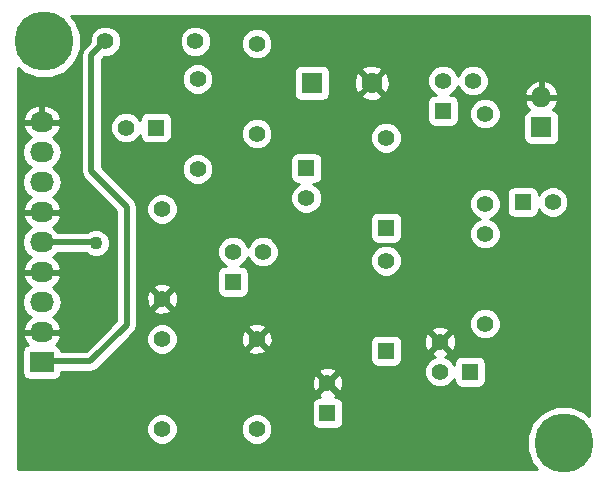
<source format=gtl>
G04 #@! TF.FileFunction,Copper,L1,Top,Signal*
%FSLAX45Y45*%
G04 Gerber Fmt 4.5, Leading zero omitted, Abs format (unit mm)*
G04 Created by KiCad (PCBNEW (2015-01-25 BZR 5388)-product) date Mo 03 Aug 2015 14:18:17 CEST*
%MOMM*%
G01*
G04 APERTURE LIST*
%ADD10C,0.150000*%
%ADD11C,5.001260*%
%ADD12C,1.397000*%
%ADD13R,1.422400X1.422400*%
%ADD14C,1.422400*%
%ADD15R,2.032000X1.727200*%
%ADD16O,2.032000X1.727200*%
%ADD17R,1.727200X1.727200*%
%ADD18O,1.727200X1.727200*%
%ADD19R,1.397000X1.397000*%
%ADD20R,1.778000X1.778000*%
%ADD21C,1.778000*%
%ADD22C,1.089660*%
%ADD23C,0.508000*%
%ADD24C,0.254000*%
G04 APERTURE END LIST*
D10*
D11*
X17100042Y-9900158D03*
X12700000Y-6499860D03*
D12*
X13999972Y-6818884D03*
X13999972Y-7580884D03*
X16433800Y-7112000D03*
X16433800Y-7874000D03*
X16433800Y-8128000D03*
X16433800Y-8890000D03*
X13699998Y-7918958D03*
X13699998Y-8680958D03*
X14500098Y-6518910D03*
X14500098Y-7280910D03*
X13218922Y-6500114D03*
X13980922Y-6500114D03*
X13699998Y-9019032D03*
X13699998Y-9781032D03*
X14500098Y-9781032D03*
X14500098Y-9019032D03*
D13*
X15595600Y-9118600D03*
D14*
X15595600Y-8356600D03*
D13*
X15595600Y-8077200D03*
D14*
X15595600Y-7315200D03*
D15*
X12680000Y-9216000D03*
D16*
X12680000Y-8962000D03*
X12680000Y-8708000D03*
X12680000Y-8454000D03*
X12680000Y-8200000D03*
X12680000Y-7946000D03*
X12680000Y-7692000D03*
X12680000Y-7438000D03*
X12680000Y-7184000D03*
D17*
X16910000Y-7227000D03*
D18*
X16910000Y-6973000D03*
D19*
X13647000Y-7230000D03*
D12*
X13393000Y-7230000D03*
D19*
X14920000Y-7573000D03*
D12*
X14920000Y-7827000D03*
D19*
X15100000Y-9647000D03*
D12*
X15100000Y-9393000D03*
D20*
X14966000Y-6850000D03*
D21*
X15474000Y-6850000D03*
D19*
X16753000Y-7860000D03*
D12*
X17007000Y-7860000D03*
D19*
X16306800Y-9296400D03*
D12*
X16052800Y-9296400D03*
X16052800Y-9042400D03*
D19*
X16078200Y-7086600D03*
D12*
X16078200Y-6832600D03*
X16332200Y-6832600D03*
D19*
X14300200Y-8534400D03*
D12*
X14300200Y-8280400D03*
X14554200Y-8280400D03*
D22*
X13140000Y-8210000D03*
D23*
X13400024Y-8899906D02*
X13400024Y-7899908D01*
X13400024Y-7899908D02*
X13100050Y-7599934D01*
X13100050Y-7599934D02*
X13100050Y-6618986D01*
X13100050Y-6618986D02*
X13218922Y-6500114D01*
X12700000Y-9208008D02*
X13091922Y-9208008D01*
X13091922Y-9208008D02*
X13400024Y-8899906D01*
X12680118Y-8199882D02*
X12680000Y-8200000D01*
X13140000Y-8210000D02*
X13130000Y-8200000D01*
X13130000Y-8200000D02*
X12680000Y-8200000D01*
D24*
G36*
X17317466Y-9674129D02*
X17277893Y-9634487D01*
X17162687Y-9586650D01*
X17140373Y-9586630D01*
X17140373Y-7833591D01*
X17120115Y-7784562D01*
X17082635Y-7747017D01*
X17061104Y-7738077D01*
X17061104Y-7313360D01*
X17061104Y-7140640D01*
X17056406Y-7116428D01*
X17042427Y-7095147D01*
X17021324Y-7080902D01*
X17012186Y-7079070D01*
X17038269Y-7050495D01*
X17055496Y-7008903D01*
X17055496Y-6937097D01*
X17038269Y-6895505D01*
X16998849Y-6852318D01*
X16945903Y-6827503D01*
X16922700Y-6839553D01*
X16922700Y-6960300D01*
X17043382Y-6960300D01*
X17055496Y-6937097D01*
X17055496Y-7008903D01*
X17043382Y-6985700D01*
X16922700Y-6985700D01*
X16922700Y-6987700D01*
X16897300Y-6987700D01*
X16897300Y-6985700D01*
X16897300Y-6960300D01*
X16897300Y-6839553D01*
X16874097Y-6827503D01*
X16821151Y-6852318D01*
X16781731Y-6895505D01*
X16764504Y-6937097D01*
X16776618Y-6960300D01*
X16897300Y-6960300D01*
X16897300Y-6985700D01*
X16776618Y-6985700D01*
X16764504Y-7008903D01*
X16781731Y-7050495D01*
X16807733Y-7078982D01*
X16799428Y-7080594D01*
X16778147Y-7094573D01*
X16763902Y-7115676D01*
X16758896Y-7140640D01*
X16758896Y-7313360D01*
X16763594Y-7337572D01*
X16777573Y-7358853D01*
X16798676Y-7373098D01*
X16823640Y-7378104D01*
X16996360Y-7378104D01*
X17020572Y-7373406D01*
X17041853Y-7359427D01*
X17056098Y-7338324D01*
X17061104Y-7313360D01*
X17061104Y-7738077D01*
X17033641Y-7726673D01*
X16980591Y-7726627D01*
X16931562Y-7746885D01*
X16894017Y-7784365D01*
X16887594Y-7799834D01*
X16887594Y-7790150D01*
X16882896Y-7765938D01*
X16868917Y-7744657D01*
X16847814Y-7730412D01*
X16822850Y-7725406D01*
X16683150Y-7725406D01*
X16658938Y-7730104D01*
X16637657Y-7744083D01*
X16623412Y-7765186D01*
X16618406Y-7790150D01*
X16618406Y-7929850D01*
X16623104Y-7954062D01*
X16637083Y-7975343D01*
X16658186Y-7989588D01*
X16683150Y-7994594D01*
X16822850Y-7994594D01*
X16847062Y-7989896D01*
X16868343Y-7975917D01*
X16882588Y-7954814D01*
X16887594Y-7929850D01*
X16887594Y-7920212D01*
X16893885Y-7935438D01*
X16931365Y-7972983D01*
X16980359Y-7993327D01*
X17033409Y-7993373D01*
X17082438Y-7973115D01*
X17119983Y-7935635D01*
X17140327Y-7886641D01*
X17140373Y-7833591D01*
X17140373Y-9586630D01*
X17037944Y-9586541D01*
X16922655Y-9634177D01*
X16834371Y-9722307D01*
X16786534Y-9837513D01*
X16786425Y-9962256D01*
X16834061Y-10077545D01*
X16873775Y-10117328D01*
X16567173Y-10117328D01*
X16567173Y-8863591D01*
X16567173Y-8101591D01*
X16546915Y-8052562D01*
X16509435Y-8015017D01*
X16475655Y-8000991D01*
X16509238Y-7987115D01*
X16546783Y-7949635D01*
X16567127Y-7900641D01*
X16567173Y-7847591D01*
X16567173Y-7085591D01*
X16546915Y-7036562D01*
X16509435Y-6999017D01*
X16465573Y-6980804D01*
X16465573Y-6806191D01*
X16445315Y-6757162D01*
X16407835Y-6719617D01*
X16358841Y-6699273D01*
X16305791Y-6699227D01*
X16256762Y-6719485D01*
X16219217Y-6756965D01*
X16205191Y-6790745D01*
X16191315Y-6757162D01*
X16153835Y-6719617D01*
X16104841Y-6699273D01*
X16051791Y-6699227D01*
X16002762Y-6719485D01*
X15965217Y-6756965D01*
X15944873Y-6805959D01*
X15944827Y-6859009D01*
X15965085Y-6908038D01*
X16002565Y-6945583D01*
X16018034Y-6952006D01*
X16008350Y-6952006D01*
X15984138Y-6956704D01*
X15962857Y-6970683D01*
X15948612Y-6991786D01*
X15943606Y-7016750D01*
X15943606Y-7156450D01*
X15948304Y-7180662D01*
X15962283Y-7201943D01*
X15983386Y-7216188D01*
X16008350Y-7221194D01*
X16148050Y-7221194D01*
X16172262Y-7216496D01*
X16193543Y-7202517D01*
X16207788Y-7181414D01*
X16212794Y-7156450D01*
X16212794Y-7016750D01*
X16208096Y-6992538D01*
X16194117Y-6971257D01*
X16173014Y-6957012D01*
X16148050Y-6952006D01*
X16138412Y-6952006D01*
X16153638Y-6945715D01*
X16191183Y-6908235D01*
X16205209Y-6874455D01*
X16219085Y-6908038D01*
X16256565Y-6945583D01*
X16305559Y-6965927D01*
X16358609Y-6965973D01*
X16407638Y-6945715D01*
X16445183Y-6908235D01*
X16465527Y-6859241D01*
X16465573Y-6806191D01*
X16465573Y-6980804D01*
X16460441Y-6978673D01*
X16407391Y-6978627D01*
X16358362Y-6998885D01*
X16320817Y-7036365D01*
X16300473Y-7085359D01*
X16300427Y-7138409D01*
X16320685Y-7187438D01*
X16358165Y-7224983D01*
X16407159Y-7245327D01*
X16460209Y-7245373D01*
X16509238Y-7225115D01*
X16546783Y-7187635D01*
X16567127Y-7138641D01*
X16567173Y-7085591D01*
X16567173Y-7847591D01*
X16546915Y-7798562D01*
X16509435Y-7761017D01*
X16460441Y-7740673D01*
X16407391Y-7740627D01*
X16358362Y-7760885D01*
X16320817Y-7798365D01*
X16300473Y-7847359D01*
X16300427Y-7900409D01*
X16320685Y-7949438D01*
X16358165Y-7986983D01*
X16391945Y-8001009D01*
X16358362Y-8014885D01*
X16320817Y-8052365D01*
X16300473Y-8101359D01*
X16300427Y-8154409D01*
X16320685Y-8203438D01*
X16358165Y-8240983D01*
X16407159Y-8261327D01*
X16460209Y-8261373D01*
X16509238Y-8241115D01*
X16546783Y-8203635D01*
X16567127Y-8154641D01*
X16567173Y-8101591D01*
X16567173Y-8863591D01*
X16546915Y-8814562D01*
X16509435Y-8777017D01*
X16460441Y-8756673D01*
X16407391Y-8756627D01*
X16358362Y-8776885D01*
X16320817Y-8814365D01*
X16300473Y-8863359D01*
X16300427Y-8916409D01*
X16320685Y-8965438D01*
X16358165Y-9002983D01*
X16407159Y-9023327D01*
X16460209Y-9023373D01*
X16509238Y-9003115D01*
X16546783Y-8965635D01*
X16567127Y-8916641D01*
X16567173Y-8863591D01*
X16567173Y-10117328D01*
X16441394Y-10117328D01*
X16441394Y-9366250D01*
X16441394Y-9226550D01*
X16436696Y-9202338D01*
X16422717Y-9181057D01*
X16401614Y-9166812D01*
X16376650Y-9161806D01*
X16236950Y-9161806D01*
X16212738Y-9166504D01*
X16191457Y-9180483D01*
X16187393Y-9186504D01*
X16187393Y-9061652D01*
X16184515Y-9008680D01*
X16169780Y-8973107D01*
X16146219Y-8966942D01*
X16128258Y-8984902D01*
X16128258Y-8948981D01*
X16122093Y-8925420D01*
X16072052Y-8907807D01*
X16019080Y-8910685D01*
X15983507Y-8925420D01*
X15977342Y-8948981D01*
X16052800Y-9024440D01*
X16128258Y-8948981D01*
X16128258Y-8984902D01*
X16070760Y-9042400D01*
X16146219Y-9117858D01*
X16169780Y-9111693D01*
X16187393Y-9061652D01*
X16187393Y-9186504D01*
X16177212Y-9201586D01*
X16172206Y-9226550D01*
X16172206Y-9236188D01*
X16165915Y-9220962D01*
X16128435Y-9183417D01*
X16096288Y-9170069D01*
X16122093Y-9159380D01*
X16128258Y-9135819D01*
X16052800Y-9060361D01*
X16034839Y-9078321D01*
X16034839Y-9042400D01*
X15959381Y-8966942D01*
X15935820Y-8973107D01*
X15918207Y-9023148D01*
X15921085Y-9076120D01*
X15935820Y-9111693D01*
X15959381Y-9117858D01*
X16034839Y-9042400D01*
X16034839Y-9078321D01*
X15977342Y-9135819D01*
X15983507Y-9159380D01*
X16011431Y-9169208D01*
X15977362Y-9183285D01*
X15939817Y-9220765D01*
X15919473Y-9269759D01*
X15919427Y-9322809D01*
X15939685Y-9371838D01*
X15977165Y-9409383D01*
X16026159Y-9429727D01*
X16079209Y-9429773D01*
X16128238Y-9409515D01*
X16165783Y-9372035D01*
X16172206Y-9356566D01*
X16172206Y-9366250D01*
X16176904Y-9390462D01*
X16190883Y-9411743D01*
X16211986Y-9425988D01*
X16236950Y-9430994D01*
X16376650Y-9430994D01*
X16400862Y-9426296D01*
X16422143Y-9412317D01*
X16436388Y-9391214D01*
X16441394Y-9366250D01*
X16441394Y-10117328D01*
X15731464Y-10117328D01*
X15731464Y-9189720D01*
X15731464Y-9047480D01*
X15731464Y-8148320D01*
X15731464Y-8006080D01*
X15730243Y-7999789D01*
X15730243Y-7288540D01*
X15709792Y-7239043D01*
X15671956Y-7201141D01*
X15627552Y-7182703D01*
X15627552Y-6873803D01*
X15624972Y-6813230D01*
X15606754Y-6769247D01*
X15581220Y-6760741D01*
X15563259Y-6778701D01*
X15563259Y-6742780D01*
X15554753Y-6717246D01*
X15497803Y-6696448D01*
X15437230Y-6699028D01*
X15393247Y-6717246D01*
X15384741Y-6742780D01*
X15474000Y-6832039D01*
X15563259Y-6742780D01*
X15563259Y-6778701D01*
X15491960Y-6850000D01*
X15581220Y-6939259D01*
X15606754Y-6930753D01*
X15627552Y-6873803D01*
X15627552Y-7182703D01*
X15622495Y-7180603D01*
X15568940Y-7180557D01*
X15563259Y-7182904D01*
X15563259Y-6957220D01*
X15474000Y-6867960D01*
X15456039Y-6885921D01*
X15456039Y-6850000D01*
X15366780Y-6760741D01*
X15341246Y-6769247D01*
X15320448Y-6826196D01*
X15323028Y-6886770D01*
X15341246Y-6930753D01*
X15366780Y-6939259D01*
X15456039Y-6850000D01*
X15456039Y-6885921D01*
X15384741Y-6957220D01*
X15393247Y-6982754D01*
X15450196Y-7003552D01*
X15510770Y-7000972D01*
X15554753Y-6982754D01*
X15563259Y-6957220D01*
X15563259Y-7182904D01*
X15519443Y-7201008D01*
X15481541Y-7238844D01*
X15461003Y-7288305D01*
X15460957Y-7341860D01*
X15481408Y-7391356D01*
X15519244Y-7429259D01*
X15568705Y-7449797D01*
X15622260Y-7449843D01*
X15671756Y-7429392D01*
X15709659Y-7391556D01*
X15730197Y-7342095D01*
X15730243Y-7288540D01*
X15730243Y-7999789D01*
X15726766Y-7981868D01*
X15712787Y-7960587D01*
X15691684Y-7946342D01*
X15666720Y-7941336D01*
X15524480Y-7941336D01*
X15500268Y-7946034D01*
X15478987Y-7960013D01*
X15464742Y-7981116D01*
X15459736Y-8006080D01*
X15459736Y-8148320D01*
X15464434Y-8172532D01*
X15478413Y-8193813D01*
X15499516Y-8208058D01*
X15524480Y-8213064D01*
X15666720Y-8213064D01*
X15690932Y-8208366D01*
X15712213Y-8194387D01*
X15726458Y-8173284D01*
X15731464Y-8148320D01*
X15731464Y-9047480D01*
X15730243Y-9041189D01*
X15730243Y-8329940D01*
X15709792Y-8280443D01*
X15671956Y-8242541D01*
X15622495Y-8222003D01*
X15568940Y-8221957D01*
X15519443Y-8242408D01*
X15481541Y-8280244D01*
X15461003Y-8329705D01*
X15460957Y-8383260D01*
X15481408Y-8432757D01*
X15519244Y-8470659D01*
X15568705Y-8491197D01*
X15622260Y-8491243D01*
X15671756Y-8470792D01*
X15709659Y-8432956D01*
X15730197Y-8383495D01*
X15730243Y-8329940D01*
X15730243Y-9041189D01*
X15726766Y-9023268D01*
X15712787Y-9001987D01*
X15691684Y-8987742D01*
X15666720Y-8982736D01*
X15524480Y-8982736D01*
X15500268Y-8987434D01*
X15478987Y-9001413D01*
X15464742Y-9022516D01*
X15459736Y-9047480D01*
X15459736Y-9189720D01*
X15464434Y-9213932D01*
X15478413Y-9235213D01*
X15499516Y-9249458D01*
X15524480Y-9254464D01*
X15666720Y-9254464D01*
X15690932Y-9249766D01*
X15712213Y-9235787D01*
X15726458Y-9214684D01*
X15731464Y-9189720D01*
X15731464Y-10117328D01*
X15234594Y-10117328D01*
X15234594Y-9716850D01*
X15234594Y-9577150D01*
X15234593Y-9577143D01*
X15234593Y-9412252D01*
X15231715Y-9359280D01*
X15216980Y-9323707D01*
X15193419Y-9317542D01*
X15175458Y-9335502D01*
X15175458Y-9299581D01*
X15169293Y-9276020D01*
X15119644Y-9258545D01*
X15119644Y-6938900D01*
X15119644Y-6761100D01*
X15114946Y-6736888D01*
X15100967Y-6715607D01*
X15079864Y-6701362D01*
X15054900Y-6696356D01*
X14877100Y-6696356D01*
X14852888Y-6701054D01*
X14831607Y-6715033D01*
X14817362Y-6736136D01*
X14812356Y-6761100D01*
X14812356Y-6938900D01*
X14817054Y-6963112D01*
X14831033Y-6984393D01*
X14852136Y-6998638D01*
X14877100Y-7003644D01*
X15054900Y-7003644D01*
X15079112Y-6998946D01*
X15100393Y-6984967D01*
X15114638Y-6963864D01*
X15119644Y-6938900D01*
X15119644Y-9258545D01*
X15119252Y-9258407D01*
X15066280Y-9261285D01*
X15054594Y-9266126D01*
X15054594Y-7642850D01*
X15054594Y-7503150D01*
X15049896Y-7478938D01*
X15035917Y-7457657D01*
X15014814Y-7443412D01*
X14989850Y-7438406D01*
X14850150Y-7438406D01*
X14825938Y-7443104D01*
X14804657Y-7457083D01*
X14790412Y-7478186D01*
X14785406Y-7503150D01*
X14785406Y-7642850D01*
X14790104Y-7667062D01*
X14804083Y-7688343D01*
X14825186Y-7702588D01*
X14850150Y-7707594D01*
X14859788Y-7707594D01*
X14844562Y-7713885D01*
X14807017Y-7751365D01*
X14786673Y-7800359D01*
X14786627Y-7853409D01*
X14806885Y-7902438D01*
X14844365Y-7939983D01*
X14893359Y-7960327D01*
X14946409Y-7960373D01*
X14995438Y-7940115D01*
X15032983Y-7902635D01*
X15053327Y-7853641D01*
X15053373Y-7800591D01*
X15033115Y-7751562D01*
X14995635Y-7714017D01*
X14980166Y-7707594D01*
X14989850Y-7707594D01*
X15014062Y-7702896D01*
X15035343Y-7688917D01*
X15049588Y-7667814D01*
X15054594Y-7642850D01*
X15054594Y-9266126D01*
X15030707Y-9276020D01*
X15024542Y-9299581D01*
X15100000Y-9375040D01*
X15175458Y-9299581D01*
X15175458Y-9335502D01*
X15117960Y-9393000D01*
X15193419Y-9468458D01*
X15216980Y-9462293D01*
X15234593Y-9412252D01*
X15234593Y-9577143D01*
X15229896Y-9552938D01*
X15215917Y-9531657D01*
X15194814Y-9517412D01*
X15169850Y-9512406D01*
X15163436Y-9512406D01*
X15169293Y-9509980D01*
X15175458Y-9486419D01*
X15100000Y-9410961D01*
X15082039Y-9428921D01*
X15082039Y-9393000D01*
X15006581Y-9317542D01*
X14983020Y-9323707D01*
X14965407Y-9373748D01*
X14968285Y-9426720D01*
X14983020Y-9462293D01*
X15006581Y-9468458D01*
X15082039Y-9393000D01*
X15082039Y-9428921D01*
X15024542Y-9486419D01*
X15030707Y-9509980D01*
X15037600Y-9512406D01*
X15030150Y-9512406D01*
X15005938Y-9517104D01*
X14984657Y-9531083D01*
X14970412Y-9552186D01*
X14965406Y-9577150D01*
X14965406Y-9716850D01*
X14970104Y-9741062D01*
X14984083Y-9762343D01*
X15005186Y-9776588D01*
X15030150Y-9781594D01*
X15169850Y-9781594D01*
X15194062Y-9776896D01*
X15215343Y-9762917D01*
X15229588Y-9741814D01*
X15234594Y-9716850D01*
X15234594Y-10117328D01*
X14687573Y-10117328D01*
X14687573Y-8253991D01*
X14667315Y-8204962D01*
X14633471Y-8171059D01*
X14633471Y-7254501D01*
X14633471Y-6492501D01*
X14613213Y-6443472D01*
X14575733Y-6405927D01*
X14526739Y-6385583D01*
X14473689Y-6385537D01*
X14424660Y-6405795D01*
X14387115Y-6443275D01*
X14366771Y-6492269D01*
X14366725Y-6545319D01*
X14386983Y-6594348D01*
X14424463Y-6631893D01*
X14473457Y-6652237D01*
X14526507Y-6652283D01*
X14575536Y-6632025D01*
X14613081Y-6594545D01*
X14633425Y-6545551D01*
X14633471Y-6492501D01*
X14633471Y-7254501D01*
X14613213Y-7205472D01*
X14575733Y-7167927D01*
X14526739Y-7147583D01*
X14473689Y-7147537D01*
X14424660Y-7167795D01*
X14387115Y-7205275D01*
X14366771Y-7254269D01*
X14366725Y-7307319D01*
X14386983Y-7356348D01*
X14424463Y-7393893D01*
X14473457Y-7414237D01*
X14526507Y-7414283D01*
X14575536Y-7394025D01*
X14613081Y-7356545D01*
X14633425Y-7307551D01*
X14633471Y-7254501D01*
X14633471Y-8171059D01*
X14629835Y-8167417D01*
X14580841Y-8147073D01*
X14527791Y-8147027D01*
X14478762Y-8167285D01*
X14441217Y-8204765D01*
X14427191Y-8238545D01*
X14413315Y-8204962D01*
X14375835Y-8167417D01*
X14326841Y-8147073D01*
X14273791Y-8147027D01*
X14224762Y-8167285D01*
X14187217Y-8204765D01*
X14166873Y-8253759D01*
X14166827Y-8306809D01*
X14187085Y-8355838D01*
X14224565Y-8393383D01*
X14240034Y-8399806D01*
X14230350Y-8399806D01*
X14206138Y-8404504D01*
X14184857Y-8418483D01*
X14170612Y-8439586D01*
X14165606Y-8464550D01*
X14165606Y-8604250D01*
X14170304Y-8628462D01*
X14184283Y-8649743D01*
X14205386Y-8663988D01*
X14230350Y-8668994D01*
X14370050Y-8668994D01*
X14394262Y-8664296D01*
X14415543Y-8650317D01*
X14429788Y-8629214D01*
X14434794Y-8604250D01*
X14434794Y-8464550D01*
X14430096Y-8440338D01*
X14416117Y-8419057D01*
X14395014Y-8404812D01*
X14370050Y-8399806D01*
X14360412Y-8399806D01*
X14375638Y-8393515D01*
X14413183Y-8356035D01*
X14427209Y-8322255D01*
X14441085Y-8355838D01*
X14478565Y-8393383D01*
X14527559Y-8413727D01*
X14580609Y-8413773D01*
X14629638Y-8393515D01*
X14667183Y-8356035D01*
X14687527Y-8307041D01*
X14687573Y-8253991D01*
X14687573Y-10117328D01*
X14634691Y-10117328D01*
X14634691Y-9038284D01*
X14631813Y-8985312D01*
X14617078Y-8949739D01*
X14593517Y-8943574D01*
X14575556Y-8961534D01*
X14575556Y-8925613D01*
X14569391Y-8902052D01*
X14519350Y-8884439D01*
X14466378Y-8887317D01*
X14430805Y-8902052D01*
X14424640Y-8925613D01*
X14500098Y-9001072D01*
X14575556Y-8925613D01*
X14575556Y-8961534D01*
X14518058Y-9019032D01*
X14593517Y-9094490D01*
X14617078Y-9088325D01*
X14634691Y-9038284D01*
X14634691Y-10117328D01*
X14633471Y-10117328D01*
X14633471Y-9754623D01*
X14613213Y-9705594D01*
X14575733Y-9668049D01*
X14575556Y-9667976D01*
X14575556Y-9112451D01*
X14500098Y-9036993D01*
X14482137Y-9054953D01*
X14482137Y-9019032D01*
X14406679Y-8943574D01*
X14383118Y-8949739D01*
X14365505Y-8999780D01*
X14368383Y-9052752D01*
X14383118Y-9088325D01*
X14406679Y-9094490D01*
X14482137Y-9019032D01*
X14482137Y-9054953D01*
X14424640Y-9112451D01*
X14430805Y-9136012D01*
X14480846Y-9153625D01*
X14533818Y-9150747D01*
X14569391Y-9136012D01*
X14575556Y-9112451D01*
X14575556Y-9667976D01*
X14526739Y-9647705D01*
X14473689Y-9647659D01*
X14424660Y-9667917D01*
X14387115Y-9705397D01*
X14366771Y-9754391D01*
X14366725Y-9807441D01*
X14386983Y-9856470D01*
X14424463Y-9894015D01*
X14473457Y-9914359D01*
X14526507Y-9914405D01*
X14575536Y-9894147D01*
X14613081Y-9856667D01*
X14633425Y-9807673D01*
X14633471Y-9754623D01*
X14633471Y-10117328D01*
X14133345Y-10117328D01*
X14133345Y-7554475D01*
X14133345Y-6792475D01*
X14114295Y-6746371D01*
X14114295Y-6473705D01*
X14094037Y-6424676D01*
X14056557Y-6387131D01*
X14007563Y-6366787D01*
X13954513Y-6366741D01*
X13905484Y-6386999D01*
X13867939Y-6424479D01*
X13847595Y-6473473D01*
X13847549Y-6526523D01*
X13867807Y-6575552D01*
X13905287Y-6613097D01*
X13954281Y-6633441D01*
X14007331Y-6633487D01*
X14056360Y-6613229D01*
X14093905Y-6575749D01*
X14114249Y-6526755D01*
X14114295Y-6473705D01*
X14114295Y-6746371D01*
X14113087Y-6743446D01*
X14075607Y-6705901D01*
X14026613Y-6685557D01*
X13973563Y-6685511D01*
X13924534Y-6705769D01*
X13886989Y-6743249D01*
X13866645Y-6792243D01*
X13866599Y-6845293D01*
X13886857Y-6894322D01*
X13924337Y-6931867D01*
X13973331Y-6952211D01*
X14026381Y-6952257D01*
X14075410Y-6931999D01*
X14112955Y-6894519D01*
X14133299Y-6845525D01*
X14133345Y-6792475D01*
X14133345Y-7554475D01*
X14113087Y-7505446D01*
X14075607Y-7467901D01*
X14026613Y-7447557D01*
X13973563Y-7447511D01*
X13924534Y-7467769D01*
X13886989Y-7505249D01*
X13866645Y-7554243D01*
X13866599Y-7607293D01*
X13886857Y-7656322D01*
X13924337Y-7693867D01*
X13973331Y-7714211D01*
X14026381Y-7714257D01*
X14075410Y-7693999D01*
X14112955Y-7656519D01*
X14133299Y-7607525D01*
X14133345Y-7554475D01*
X14133345Y-10117328D01*
X13834591Y-10117328D01*
X13834591Y-8700210D01*
X13833371Y-8677762D01*
X13833371Y-7892549D01*
X13813113Y-7843520D01*
X13781594Y-7811946D01*
X13781594Y-7299850D01*
X13781594Y-7160150D01*
X13776896Y-7135938D01*
X13762917Y-7114657D01*
X13741814Y-7100412D01*
X13716850Y-7095406D01*
X13577150Y-7095406D01*
X13552938Y-7100104D01*
X13531657Y-7114083D01*
X13517412Y-7135186D01*
X13512406Y-7160150D01*
X13512406Y-7169788D01*
X13506115Y-7154562D01*
X13468635Y-7117017D01*
X13419641Y-7096673D01*
X13366591Y-7096627D01*
X13317562Y-7116885D01*
X13280017Y-7154365D01*
X13259673Y-7203359D01*
X13259627Y-7256409D01*
X13279885Y-7305438D01*
X13317365Y-7342983D01*
X13366359Y-7363327D01*
X13419409Y-7363373D01*
X13468438Y-7343115D01*
X13505983Y-7305635D01*
X13512406Y-7290166D01*
X13512406Y-7299850D01*
X13517104Y-7324062D01*
X13531083Y-7345343D01*
X13552186Y-7359588D01*
X13577150Y-7364594D01*
X13716850Y-7364594D01*
X13741062Y-7359896D01*
X13762343Y-7345917D01*
X13776588Y-7324814D01*
X13781594Y-7299850D01*
X13781594Y-7811946D01*
X13775633Y-7805975D01*
X13726639Y-7785631D01*
X13673589Y-7785585D01*
X13624560Y-7805843D01*
X13587015Y-7843323D01*
X13566671Y-7892317D01*
X13566625Y-7945367D01*
X13586883Y-7994396D01*
X13624363Y-8031941D01*
X13673357Y-8052285D01*
X13726407Y-8052331D01*
X13775436Y-8032073D01*
X13812981Y-7994593D01*
X13833325Y-7945599D01*
X13833371Y-7892549D01*
X13833371Y-8677762D01*
X13831713Y-8647238D01*
X13816978Y-8611665D01*
X13793417Y-8605500D01*
X13775456Y-8623460D01*
X13775456Y-8587539D01*
X13769291Y-8563978D01*
X13719250Y-8546365D01*
X13666278Y-8549243D01*
X13630705Y-8563978D01*
X13624540Y-8587539D01*
X13699998Y-8662998D01*
X13775456Y-8587539D01*
X13775456Y-8623460D01*
X13717958Y-8680958D01*
X13793417Y-8756416D01*
X13816978Y-8750251D01*
X13834591Y-8700210D01*
X13834591Y-10117328D01*
X13833371Y-10117328D01*
X13833371Y-9754623D01*
X13833371Y-8992623D01*
X13813113Y-8943594D01*
X13775633Y-8906049D01*
X13775456Y-8905976D01*
X13775456Y-8774377D01*
X13699998Y-8698919D01*
X13682037Y-8716879D01*
X13682037Y-8680958D01*
X13606579Y-8605500D01*
X13583018Y-8611665D01*
X13565405Y-8661706D01*
X13568283Y-8714678D01*
X13583018Y-8750251D01*
X13606579Y-8756416D01*
X13682037Y-8680958D01*
X13682037Y-8716879D01*
X13624540Y-8774377D01*
X13630705Y-8797938D01*
X13680746Y-8815551D01*
X13733718Y-8812673D01*
X13769291Y-8797938D01*
X13775456Y-8774377D01*
X13775456Y-8905976D01*
X13726639Y-8885705D01*
X13673589Y-8885659D01*
X13624560Y-8905917D01*
X13587015Y-8943397D01*
X13566671Y-8992391D01*
X13566625Y-9045441D01*
X13586883Y-9094470D01*
X13624363Y-9132015D01*
X13673357Y-9152359D01*
X13726407Y-9152405D01*
X13775436Y-9132147D01*
X13812981Y-9094667D01*
X13833325Y-9045673D01*
X13833371Y-8992623D01*
X13833371Y-9754623D01*
X13813113Y-9705594D01*
X13775633Y-9668049D01*
X13726639Y-9647705D01*
X13673589Y-9647659D01*
X13624560Y-9667917D01*
X13587015Y-9705397D01*
X13566671Y-9754391D01*
X13566625Y-9807441D01*
X13586883Y-9856470D01*
X13624363Y-9894015D01*
X13673357Y-9914359D01*
X13726407Y-9914405D01*
X13775436Y-9894147D01*
X13812981Y-9856667D01*
X13833325Y-9807673D01*
X13833371Y-9754623D01*
X13833371Y-10117328D01*
X13488924Y-10117328D01*
X13488924Y-8899906D01*
X13488924Y-7899908D01*
X13482157Y-7865887D01*
X13482157Y-7865887D01*
X13462886Y-7837046D01*
X13188950Y-7563110D01*
X13188950Y-6655810D01*
X13211302Y-6633457D01*
X13245331Y-6633487D01*
X13294360Y-6613229D01*
X13331905Y-6575749D01*
X13352249Y-6526755D01*
X13352295Y-6473705D01*
X13332037Y-6424676D01*
X13294557Y-6387131D01*
X13245563Y-6366787D01*
X13192513Y-6366741D01*
X13143484Y-6386999D01*
X13105939Y-6424479D01*
X13085595Y-6473473D01*
X13085565Y-6507747D01*
X13037188Y-6556124D01*
X13017917Y-6584965D01*
X13011150Y-6618986D01*
X13011150Y-7599934D01*
X13017917Y-7633955D01*
X13037188Y-7662796D01*
X13311124Y-7936732D01*
X13311124Y-8863082D01*
X13258003Y-8916203D01*
X13258003Y-8186635D01*
X13240079Y-8143255D01*
X13206919Y-8110037D01*
X13163571Y-8092037D01*
X13116635Y-8091997D01*
X13073255Y-8109921D01*
X13072074Y-8111100D01*
X12848334Y-8111100D01*
X12848334Y-7692000D01*
X12836927Y-7634651D01*
X12804441Y-7586033D01*
X12772963Y-7565000D01*
X12804441Y-7543967D01*
X12836927Y-7495349D01*
X12848334Y-7438000D01*
X12836927Y-7380651D01*
X12804441Y-7332033D01*
X12773493Y-7311354D01*
X12815073Y-7274204D01*
X12840471Y-7221479D01*
X12840736Y-7219903D01*
X12840736Y-7148097D01*
X12840471Y-7146521D01*
X12815073Y-7093796D01*
X12771432Y-7054805D01*
X12716191Y-7035482D01*
X12692700Y-7049908D01*
X12692700Y-7171300D01*
X12828622Y-7171300D01*
X12840736Y-7148097D01*
X12840736Y-7219903D01*
X12828622Y-7196700D01*
X12692700Y-7196700D01*
X12692700Y-7198700D01*
X12667300Y-7198700D01*
X12667300Y-7196700D01*
X12667300Y-7171300D01*
X12667300Y-7049908D01*
X12643809Y-7035482D01*
X12588568Y-7054805D01*
X12544927Y-7093796D01*
X12519529Y-7146521D01*
X12519264Y-7148097D01*
X12531378Y-7171300D01*
X12667300Y-7171300D01*
X12667300Y-7196700D01*
X12531378Y-7196700D01*
X12519264Y-7219903D01*
X12519529Y-7221479D01*
X12544927Y-7274204D01*
X12586507Y-7311354D01*
X12555558Y-7332033D01*
X12523073Y-7380651D01*
X12511665Y-7438000D01*
X12523073Y-7495349D01*
X12555558Y-7543967D01*
X12587036Y-7565000D01*
X12555558Y-7586033D01*
X12523073Y-7634651D01*
X12511665Y-7692000D01*
X12523073Y-7749349D01*
X12555558Y-7797967D01*
X12586507Y-7818646D01*
X12544927Y-7855796D01*
X12519529Y-7908521D01*
X12519264Y-7910097D01*
X12531378Y-7933300D01*
X12667300Y-7933300D01*
X12667300Y-7931300D01*
X12692700Y-7931300D01*
X12692700Y-7933300D01*
X12828622Y-7933300D01*
X12840736Y-7910097D01*
X12840471Y-7908521D01*
X12815073Y-7855796D01*
X12773493Y-7818646D01*
X12804441Y-7797967D01*
X12836927Y-7749349D01*
X12848334Y-7692000D01*
X12848334Y-8111100D01*
X12815845Y-8111100D01*
X12804441Y-8094033D01*
X12773493Y-8073354D01*
X12815073Y-8036204D01*
X12840471Y-7983479D01*
X12840736Y-7981903D01*
X12828622Y-7958700D01*
X12692700Y-7958700D01*
X12692700Y-7960700D01*
X12667300Y-7960700D01*
X12667300Y-7958700D01*
X12531378Y-7958700D01*
X12519264Y-7981903D01*
X12519529Y-7983479D01*
X12544927Y-8036204D01*
X12586507Y-8073354D01*
X12555558Y-8094033D01*
X12523073Y-8142651D01*
X12511665Y-8200000D01*
X12523073Y-8257349D01*
X12555558Y-8305967D01*
X12586507Y-8326646D01*
X12544927Y-8363796D01*
X12519529Y-8416521D01*
X12519264Y-8418097D01*
X12531378Y-8441300D01*
X12667300Y-8441300D01*
X12667300Y-8439300D01*
X12692700Y-8439300D01*
X12692700Y-8441300D01*
X12828622Y-8441300D01*
X12840736Y-8418097D01*
X12840471Y-8416521D01*
X12815073Y-8363796D01*
X12773493Y-8326646D01*
X12804441Y-8305967D01*
X12815845Y-8288900D01*
X13052055Y-8288900D01*
X13073081Y-8309963D01*
X13116429Y-8327962D01*
X13163365Y-8328003D01*
X13206745Y-8310079D01*
X13239963Y-8276919D01*
X13257962Y-8233571D01*
X13258003Y-8186635D01*
X13258003Y-8916203D01*
X13055098Y-9119108D01*
X12848334Y-9119108D01*
X12848334Y-8708000D01*
X12836927Y-8650651D01*
X12804441Y-8602033D01*
X12773493Y-8581354D01*
X12815073Y-8544204D01*
X12840471Y-8491479D01*
X12840736Y-8489903D01*
X12828622Y-8466700D01*
X12692700Y-8466700D01*
X12692700Y-8468700D01*
X12667300Y-8468700D01*
X12667300Y-8466700D01*
X12531378Y-8466700D01*
X12519264Y-8489903D01*
X12519529Y-8491479D01*
X12544927Y-8544204D01*
X12586507Y-8581354D01*
X12555558Y-8602033D01*
X12523073Y-8650651D01*
X12511665Y-8708000D01*
X12523073Y-8765349D01*
X12555558Y-8813967D01*
X12586507Y-8834646D01*
X12544927Y-8871796D01*
X12519529Y-8924521D01*
X12519264Y-8926097D01*
X12531378Y-8949300D01*
X12667300Y-8949300D01*
X12667300Y-8947300D01*
X12692700Y-8947300D01*
X12692700Y-8949300D01*
X12828622Y-8949300D01*
X12840736Y-8926097D01*
X12840471Y-8924521D01*
X12815073Y-8871796D01*
X12773493Y-8834646D01*
X12804441Y-8813967D01*
X12836927Y-8765349D01*
X12848334Y-8708000D01*
X12848334Y-9119108D01*
X12844300Y-9119108D01*
X12841646Y-9105428D01*
X12827667Y-9084147D01*
X12806564Y-9069902D01*
X12797335Y-9068052D01*
X12815073Y-9052204D01*
X12840471Y-8999479D01*
X12840736Y-8997903D01*
X12828622Y-8974700D01*
X12692700Y-8974700D01*
X12692700Y-8976700D01*
X12667300Y-8976700D01*
X12667300Y-8974700D01*
X12531378Y-8974700D01*
X12519264Y-8997903D01*
X12519529Y-8999479D01*
X12544927Y-9052204D01*
X12562570Y-9067967D01*
X12554188Y-9069594D01*
X12532907Y-9083573D01*
X12518662Y-9104676D01*
X12513656Y-9129640D01*
X12513656Y-9302360D01*
X12518354Y-9326572D01*
X12532333Y-9347853D01*
X12553436Y-9362098D01*
X12578400Y-9367104D01*
X12781600Y-9367104D01*
X12805812Y-9362406D01*
X12827093Y-9348427D01*
X12841338Y-9327324D01*
X12846344Y-9302360D01*
X12846344Y-9296908D01*
X13091922Y-9296908D01*
X13125942Y-9290141D01*
X13125943Y-9290141D01*
X13154784Y-9270870D01*
X13462886Y-8962768D01*
X13482157Y-8933927D01*
X13488924Y-8899906D01*
X13488924Y-10117328D01*
X12482576Y-10117328D01*
X12482576Y-6725889D01*
X12522149Y-6765531D01*
X12637355Y-6813368D01*
X12762098Y-6813477D01*
X12877387Y-6765841D01*
X12965671Y-6677711D01*
X13013508Y-6562505D01*
X13013617Y-6437762D01*
X12965981Y-6322473D01*
X12926014Y-6282436D01*
X17317466Y-6282436D01*
X17317466Y-9674129D01*
X17317466Y-9674129D01*
G37*
X17317466Y-9674129D02*
X17277893Y-9634487D01*
X17162687Y-9586650D01*
X17140373Y-9586630D01*
X17140373Y-7833591D01*
X17120115Y-7784562D01*
X17082635Y-7747017D01*
X17061104Y-7738077D01*
X17061104Y-7313360D01*
X17061104Y-7140640D01*
X17056406Y-7116428D01*
X17042427Y-7095147D01*
X17021324Y-7080902D01*
X17012186Y-7079070D01*
X17038269Y-7050495D01*
X17055496Y-7008903D01*
X17055496Y-6937097D01*
X17038269Y-6895505D01*
X16998849Y-6852318D01*
X16945903Y-6827503D01*
X16922700Y-6839553D01*
X16922700Y-6960300D01*
X17043382Y-6960300D01*
X17055496Y-6937097D01*
X17055496Y-7008903D01*
X17043382Y-6985700D01*
X16922700Y-6985700D01*
X16922700Y-6987700D01*
X16897300Y-6987700D01*
X16897300Y-6985700D01*
X16897300Y-6960300D01*
X16897300Y-6839553D01*
X16874097Y-6827503D01*
X16821151Y-6852318D01*
X16781731Y-6895505D01*
X16764504Y-6937097D01*
X16776618Y-6960300D01*
X16897300Y-6960300D01*
X16897300Y-6985700D01*
X16776618Y-6985700D01*
X16764504Y-7008903D01*
X16781731Y-7050495D01*
X16807733Y-7078982D01*
X16799428Y-7080594D01*
X16778147Y-7094573D01*
X16763902Y-7115676D01*
X16758896Y-7140640D01*
X16758896Y-7313360D01*
X16763594Y-7337572D01*
X16777573Y-7358853D01*
X16798676Y-7373098D01*
X16823640Y-7378104D01*
X16996360Y-7378104D01*
X17020572Y-7373406D01*
X17041853Y-7359427D01*
X17056098Y-7338324D01*
X17061104Y-7313360D01*
X17061104Y-7738077D01*
X17033641Y-7726673D01*
X16980591Y-7726627D01*
X16931562Y-7746885D01*
X16894017Y-7784365D01*
X16887594Y-7799834D01*
X16887594Y-7790150D01*
X16882896Y-7765938D01*
X16868917Y-7744657D01*
X16847814Y-7730412D01*
X16822850Y-7725406D01*
X16683150Y-7725406D01*
X16658938Y-7730104D01*
X16637657Y-7744083D01*
X16623412Y-7765186D01*
X16618406Y-7790150D01*
X16618406Y-7929850D01*
X16623104Y-7954062D01*
X16637083Y-7975343D01*
X16658186Y-7989588D01*
X16683150Y-7994594D01*
X16822850Y-7994594D01*
X16847062Y-7989896D01*
X16868343Y-7975917D01*
X16882588Y-7954814D01*
X16887594Y-7929850D01*
X16887594Y-7920212D01*
X16893885Y-7935438D01*
X16931365Y-7972983D01*
X16980359Y-7993327D01*
X17033409Y-7993373D01*
X17082438Y-7973115D01*
X17119983Y-7935635D01*
X17140327Y-7886641D01*
X17140373Y-7833591D01*
X17140373Y-9586630D01*
X17037944Y-9586541D01*
X16922655Y-9634177D01*
X16834371Y-9722307D01*
X16786534Y-9837513D01*
X16786425Y-9962256D01*
X16834061Y-10077545D01*
X16873775Y-10117328D01*
X16567173Y-10117328D01*
X16567173Y-8863591D01*
X16567173Y-8101591D01*
X16546915Y-8052562D01*
X16509435Y-8015017D01*
X16475655Y-8000991D01*
X16509238Y-7987115D01*
X16546783Y-7949635D01*
X16567127Y-7900641D01*
X16567173Y-7847591D01*
X16567173Y-7085591D01*
X16546915Y-7036562D01*
X16509435Y-6999017D01*
X16465573Y-6980804D01*
X16465573Y-6806191D01*
X16445315Y-6757162D01*
X16407835Y-6719617D01*
X16358841Y-6699273D01*
X16305791Y-6699227D01*
X16256762Y-6719485D01*
X16219217Y-6756965D01*
X16205191Y-6790745D01*
X16191315Y-6757162D01*
X16153835Y-6719617D01*
X16104841Y-6699273D01*
X16051791Y-6699227D01*
X16002762Y-6719485D01*
X15965217Y-6756965D01*
X15944873Y-6805959D01*
X15944827Y-6859009D01*
X15965085Y-6908038D01*
X16002565Y-6945583D01*
X16018034Y-6952006D01*
X16008350Y-6952006D01*
X15984138Y-6956704D01*
X15962857Y-6970683D01*
X15948612Y-6991786D01*
X15943606Y-7016750D01*
X15943606Y-7156450D01*
X15948304Y-7180662D01*
X15962283Y-7201943D01*
X15983386Y-7216188D01*
X16008350Y-7221194D01*
X16148050Y-7221194D01*
X16172262Y-7216496D01*
X16193543Y-7202517D01*
X16207788Y-7181414D01*
X16212794Y-7156450D01*
X16212794Y-7016750D01*
X16208096Y-6992538D01*
X16194117Y-6971257D01*
X16173014Y-6957012D01*
X16148050Y-6952006D01*
X16138412Y-6952006D01*
X16153638Y-6945715D01*
X16191183Y-6908235D01*
X16205209Y-6874455D01*
X16219085Y-6908038D01*
X16256565Y-6945583D01*
X16305559Y-6965927D01*
X16358609Y-6965973D01*
X16407638Y-6945715D01*
X16445183Y-6908235D01*
X16465527Y-6859241D01*
X16465573Y-6806191D01*
X16465573Y-6980804D01*
X16460441Y-6978673D01*
X16407391Y-6978627D01*
X16358362Y-6998885D01*
X16320817Y-7036365D01*
X16300473Y-7085359D01*
X16300427Y-7138409D01*
X16320685Y-7187438D01*
X16358165Y-7224983D01*
X16407159Y-7245327D01*
X16460209Y-7245373D01*
X16509238Y-7225115D01*
X16546783Y-7187635D01*
X16567127Y-7138641D01*
X16567173Y-7085591D01*
X16567173Y-7847591D01*
X16546915Y-7798562D01*
X16509435Y-7761017D01*
X16460441Y-7740673D01*
X16407391Y-7740627D01*
X16358362Y-7760885D01*
X16320817Y-7798365D01*
X16300473Y-7847359D01*
X16300427Y-7900409D01*
X16320685Y-7949438D01*
X16358165Y-7986983D01*
X16391945Y-8001009D01*
X16358362Y-8014885D01*
X16320817Y-8052365D01*
X16300473Y-8101359D01*
X16300427Y-8154409D01*
X16320685Y-8203438D01*
X16358165Y-8240983D01*
X16407159Y-8261327D01*
X16460209Y-8261373D01*
X16509238Y-8241115D01*
X16546783Y-8203635D01*
X16567127Y-8154641D01*
X16567173Y-8101591D01*
X16567173Y-8863591D01*
X16546915Y-8814562D01*
X16509435Y-8777017D01*
X16460441Y-8756673D01*
X16407391Y-8756627D01*
X16358362Y-8776885D01*
X16320817Y-8814365D01*
X16300473Y-8863359D01*
X16300427Y-8916409D01*
X16320685Y-8965438D01*
X16358165Y-9002983D01*
X16407159Y-9023327D01*
X16460209Y-9023373D01*
X16509238Y-9003115D01*
X16546783Y-8965635D01*
X16567127Y-8916641D01*
X16567173Y-8863591D01*
X16567173Y-10117328D01*
X16441394Y-10117328D01*
X16441394Y-9366250D01*
X16441394Y-9226550D01*
X16436696Y-9202338D01*
X16422717Y-9181057D01*
X16401614Y-9166812D01*
X16376650Y-9161806D01*
X16236950Y-9161806D01*
X16212738Y-9166504D01*
X16191457Y-9180483D01*
X16187393Y-9186504D01*
X16187393Y-9061652D01*
X16184515Y-9008680D01*
X16169780Y-8973107D01*
X16146219Y-8966942D01*
X16128258Y-8984902D01*
X16128258Y-8948981D01*
X16122093Y-8925420D01*
X16072052Y-8907807D01*
X16019080Y-8910685D01*
X15983507Y-8925420D01*
X15977342Y-8948981D01*
X16052800Y-9024440D01*
X16128258Y-8948981D01*
X16128258Y-8984902D01*
X16070760Y-9042400D01*
X16146219Y-9117858D01*
X16169780Y-9111693D01*
X16187393Y-9061652D01*
X16187393Y-9186504D01*
X16177212Y-9201586D01*
X16172206Y-9226550D01*
X16172206Y-9236188D01*
X16165915Y-9220962D01*
X16128435Y-9183417D01*
X16096288Y-9170069D01*
X16122093Y-9159380D01*
X16128258Y-9135819D01*
X16052800Y-9060361D01*
X16034839Y-9078321D01*
X16034839Y-9042400D01*
X15959381Y-8966942D01*
X15935820Y-8973107D01*
X15918207Y-9023148D01*
X15921085Y-9076120D01*
X15935820Y-9111693D01*
X15959381Y-9117858D01*
X16034839Y-9042400D01*
X16034839Y-9078321D01*
X15977342Y-9135819D01*
X15983507Y-9159380D01*
X16011431Y-9169208D01*
X15977362Y-9183285D01*
X15939817Y-9220765D01*
X15919473Y-9269759D01*
X15919427Y-9322809D01*
X15939685Y-9371838D01*
X15977165Y-9409383D01*
X16026159Y-9429727D01*
X16079209Y-9429773D01*
X16128238Y-9409515D01*
X16165783Y-9372035D01*
X16172206Y-9356566D01*
X16172206Y-9366250D01*
X16176904Y-9390462D01*
X16190883Y-9411743D01*
X16211986Y-9425988D01*
X16236950Y-9430994D01*
X16376650Y-9430994D01*
X16400862Y-9426296D01*
X16422143Y-9412317D01*
X16436388Y-9391214D01*
X16441394Y-9366250D01*
X16441394Y-10117328D01*
X15731464Y-10117328D01*
X15731464Y-9189720D01*
X15731464Y-9047480D01*
X15731464Y-8148320D01*
X15731464Y-8006080D01*
X15730243Y-7999789D01*
X15730243Y-7288540D01*
X15709792Y-7239043D01*
X15671956Y-7201141D01*
X15627552Y-7182703D01*
X15627552Y-6873803D01*
X15624972Y-6813230D01*
X15606754Y-6769247D01*
X15581220Y-6760741D01*
X15563259Y-6778701D01*
X15563259Y-6742780D01*
X15554753Y-6717246D01*
X15497803Y-6696448D01*
X15437230Y-6699028D01*
X15393247Y-6717246D01*
X15384741Y-6742780D01*
X15474000Y-6832039D01*
X15563259Y-6742780D01*
X15563259Y-6778701D01*
X15491960Y-6850000D01*
X15581220Y-6939259D01*
X15606754Y-6930753D01*
X15627552Y-6873803D01*
X15627552Y-7182703D01*
X15622495Y-7180603D01*
X15568940Y-7180557D01*
X15563259Y-7182904D01*
X15563259Y-6957220D01*
X15474000Y-6867960D01*
X15456039Y-6885921D01*
X15456039Y-6850000D01*
X15366780Y-6760741D01*
X15341246Y-6769247D01*
X15320448Y-6826196D01*
X15323028Y-6886770D01*
X15341246Y-6930753D01*
X15366780Y-6939259D01*
X15456039Y-6850000D01*
X15456039Y-6885921D01*
X15384741Y-6957220D01*
X15393247Y-6982754D01*
X15450196Y-7003552D01*
X15510770Y-7000972D01*
X15554753Y-6982754D01*
X15563259Y-6957220D01*
X15563259Y-7182904D01*
X15519443Y-7201008D01*
X15481541Y-7238844D01*
X15461003Y-7288305D01*
X15460957Y-7341860D01*
X15481408Y-7391356D01*
X15519244Y-7429259D01*
X15568705Y-7449797D01*
X15622260Y-7449843D01*
X15671756Y-7429392D01*
X15709659Y-7391556D01*
X15730197Y-7342095D01*
X15730243Y-7288540D01*
X15730243Y-7999789D01*
X15726766Y-7981868D01*
X15712787Y-7960587D01*
X15691684Y-7946342D01*
X15666720Y-7941336D01*
X15524480Y-7941336D01*
X15500268Y-7946034D01*
X15478987Y-7960013D01*
X15464742Y-7981116D01*
X15459736Y-8006080D01*
X15459736Y-8148320D01*
X15464434Y-8172532D01*
X15478413Y-8193813D01*
X15499516Y-8208058D01*
X15524480Y-8213064D01*
X15666720Y-8213064D01*
X15690932Y-8208366D01*
X15712213Y-8194387D01*
X15726458Y-8173284D01*
X15731464Y-8148320D01*
X15731464Y-9047480D01*
X15730243Y-9041189D01*
X15730243Y-8329940D01*
X15709792Y-8280443D01*
X15671956Y-8242541D01*
X15622495Y-8222003D01*
X15568940Y-8221957D01*
X15519443Y-8242408D01*
X15481541Y-8280244D01*
X15461003Y-8329705D01*
X15460957Y-8383260D01*
X15481408Y-8432757D01*
X15519244Y-8470659D01*
X15568705Y-8491197D01*
X15622260Y-8491243D01*
X15671756Y-8470792D01*
X15709659Y-8432956D01*
X15730197Y-8383495D01*
X15730243Y-8329940D01*
X15730243Y-9041189D01*
X15726766Y-9023268D01*
X15712787Y-9001987D01*
X15691684Y-8987742D01*
X15666720Y-8982736D01*
X15524480Y-8982736D01*
X15500268Y-8987434D01*
X15478987Y-9001413D01*
X15464742Y-9022516D01*
X15459736Y-9047480D01*
X15459736Y-9189720D01*
X15464434Y-9213932D01*
X15478413Y-9235213D01*
X15499516Y-9249458D01*
X15524480Y-9254464D01*
X15666720Y-9254464D01*
X15690932Y-9249766D01*
X15712213Y-9235787D01*
X15726458Y-9214684D01*
X15731464Y-9189720D01*
X15731464Y-10117328D01*
X15234594Y-10117328D01*
X15234594Y-9716850D01*
X15234594Y-9577150D01*
X15234593Y-9577143D01*
X15234593Y-9412252D01*
X15231715Y-9359280D01*
X15216980Y-9323707D01*
X15193419Y-9317542D01*
X15175458Y-9335502D01*
X15175458Y-9299581D01*
X15169293Y-9276020D01*
X15119644Y-9258545D01*
X15119644Y-6938900D01*
X15119644Y-6761100D01*
X15114946Y-6736888D01*
X15100967Y-6715607D01*
X15079864Y-6701362D01*
X15054900Y-6696356D01*
X14877100Y-6696356D01*
X14852888Y-6701054D01*
X14831607Y-6715033D01*
X14817362Y-6736136D01*
X14812356Y-6761100D01*
X14812356Y-6938900D01*
X14817054Y-6963112D01*
X14831033Y-6984393D01*
X14852136Y-6998638D01*
X14877100Y-7003644D01*
X15054900Y-7003644D01*
X15079112Y-6998946D01*
X15100393Y-6984967D01*
X15114638Y-6963864D01*
X15119644Y-6938900D01*
X15119644Y-9258545D01*
X15119252Y-9258407D01*
X15066280Y-9261285D01*
X15054594Y-9266126D01*
X15054594Y-7642850D01*
X15054594Y-7503150D01*
X15049896Y-7478938D01*
X15035917Y-7457657D01*
X15014814Y-7443412D01*
X14989850Y-7438406D01*
X14850150Y-7438406D01*
X14825938Y-7443104D01*
X14804657Y-7457083D01*
X14790412Y-7478186D01*
X14785406Y-7503150D01*
X14785406Y-7642850D01*
X14790104Y-7667062D01*
X14804083Y-7688343D01*
X14825186Y-7702588D01*
X14850150Y-7707594D01*
X14859788Y-7707594D01*
X14844562Y-7713885D01*
X14807017Y-7751365D01*
X14786673Y-7800359D01*
X14786627Y-7853409D01*
X14806885Y-7902438D01*
X14844365Y-7939983D01*
X14893359Y-7960327D01*
X14946409Y-7960373D01*
X14995438Y-7940115D01*
X15032983Y-7902635D01*
X15053327Y-7853641D01*
X15053373Y-7800591D01*
X15033115Y-7751562D01*
X14995635Y-7714017D01*
X14980166Y-7707594D01*
X14989850Y-7707594D01*
X15014062Y-7702896D01*
X15035343Y-7688917D01*
X15049588Y-7667814D01*
X15054594Y-7642850D01*
X15054594Y-9266126D01*
X15030707Y-9276020D01*
X15024542Y-9299581D01*
X15100000Y-9375040D01*
X15175458Y-9299581D01*
X15175458Y-9335502D01*
X15117960Y-9393000D01*
X15193419Y-9468458D01*
X15216980Y-9462293D01*
X15234593Y-9412252D01*
X15234593Y-9577143D01*
X15229896Y-9552938D01*
X15215917Y-9531657D01*
X15194814Y-9517412D01*
X15169850Y-9512406D01*
X15163436Y-9512406D01*
X15169293Y-9509980D01*
X15175458Y-9486419D01*
X15100000Y-9410961D01*
X15082039Y-9428921D01*
X15082039Y-9393000D01*
X15006581Y-9317542D01*
X14983020Y-9323707D01*
X14965407Y-9373748D01*
X14968285Y-9426720D01*
X14983020Y-9462293D01*
X15006581Y-9468458D01*
X15082039Y-9393000D01*
X15082039Y-9428921D01*
X15024542Y-9486419D01*
X15030707Y-9509980D01*
X15037600Y-9512406D01*
X15030150Y-9512406D01*
X15005938Y-9517104D01*
X14984657Y-9531083D01*
X14970412Y-9552186D01*
X14965406Y-9577150D01*
X14965406Y-9716850D01*
X14970104Y-9741062D01*
X14984083Y-9762343D01*
X15005186Y-9776588D01*
X15030150Y-9781594D01*
X15169850Y-9781594D01*
X15194062Y-9776896D01*
X15215343Y-9762917D01*
X15229588Y-9741814D01*
X15234594Y-9716850D01*
X15234594Y-10117328D01*
X14687573Y-10117328D01*
X14687573Y-8253991D01*
X14667315Y-8204962D01*
X14633471Y-8171059D01*
X14633471Y-7254501D01*
X14633471Y-6492501D01*
X14613213Y-6443472D01*
X14575733Y-6405927D01*
X14526739Y-6385583D01*
X14473689Y-6385537D01*
X14424660Y-6405795D01*
X14387115Y-6443275D01*
X14366771Y-6492269D01*
X14366725Y-6545319D01*
X14386983Y-6594348D01*
X14424463Y-6631893D01*
X14473457Y-6652237D01*
X14526507Y-6652283D01*
X14575536Y-6632025D01*
X14613081Y-6594545D01*
X14633425Y-6545551D01*
X14633471Y-6492501D01*
X14633471Y-7254501D01*
X14613213Y-7205472D01*
X14575733Y-7167927D01*
X14526739Y-7147583D01*
X14473689Y-7147537D01*
X14424660Y-7167795D01*
X14387115Y-7205275D01*
X14366771Y-7254269D01*
X14366725Y-7307319D01*
X14386983Y-7356348D01*
X14424463Y-7393893D01*
X14473457Y-7414237D01*
X14526507Y-7414283D01*
X14575536Y-7394025D01*
X14613081Y-7356545D01*
X14633425Y-7307551D01*
X14633471Y-7254501D01*
X14633471Y-8171059D01*
X14629835Y-8167417D01*
X14580841Y-8147073D01*
X14527791Y-8147027D01*
X14478762Y-8167285D01*
X14441217Y-8204765D01*
X14427191Y-8238545D01*
X14413315Y-8204962D01*
X14375835Y-8167417D01*
X14326841Y-8147073D01*
X14273791Y-8147027D01*
X14224762Y-8167285D01*
X14187217Y-8204765D01*
X14166873Y-8253759D01*
X14166827Y-8306809D01*
X14187085Y-8355838D01*
X14224565Y-8393383D01*
X14240034Y-8399806D01*
X14230350Y-8399806D01*
X14206138Y-8404504D01*
X14184857Y-8418483D01*
X14170612Y-8439586D01*
X14165606Y-8464550D01*
X14165606Y-8604250D01*
X14170304Y-8628462D01*
X14184283Y-8649743D01*
X14205386Y-8663988D01*
X14230350Y-8668994D01*
X14370050Y-8668994D01*
X14394262Y-8664296D01*
X14415543Y-8650317D01*
X14429788Y-8629214D01*
X14434794Y-8604250D01*
X14434794Y-8464550D01*
X14430096Y-8440338D01*
X14416117Y-8419057D01*
X14395014Y-8404812D01*
X14370050Y-8399806D01*
X14360412Y-8399806D01*
X14375638Y-8393515D01*
X14413183Y-8356035D01*
X14427209Y-8322255D01*
X14441085Y-8355838D01*
X14478565Y-8393383D01*
X14527559Y-8413727D01*
X14580609Y-8413773D01*
X14629638Y-8393515D01*
X14667183Y-8356035D01*
X14687527Y-8307041D01*
X14687573Y-8253991D01*
X14687573Y-10117328D01*
X14634691Y-10117328D01*
X14634691Y-9038284D01*
X14631813Y-8985312D01*
X14617078Y-8949739D01*
X14593517Y-8943574D01*
X14575556Y-8961534D01*
X14575556Y-8925613D01*
X14569391Y-8902052D01*
X14519350Y-8884439D01*
X14466378Y-8887317D01*
X14430805Y-8902052D01*
X14424640Y-8925613D01*
X14500098Y-9001072D01*
X14575556Y-8925613D01*
X14575556Y-8961534D01*
X14518058Y-9019032D01*
X14593517Y-9094490D01*
X14617078Y-9088325D01*
X14634691Y-9038284D01*
X14634691Y-10117328D01*
X14633471Y-10117328D01*
X14633471Y-9754623D01*
X14613213Y-9705594D01*
X14575733Y-9668049D01*
X14575556Y-9667976D01*
X14575556Y-9112451D01*
X14500098Y-9036993D01*
X14482137Y-9054953D01*
X14482137Y-9019032D01*
X14406679Y-8943574D01*
X14383118Y-8949739D01*
X14365505Y-8999780D01*
X14368383Y-9052752D01*
X14383118Y-9088325D01*
X14406679Y-9094490D01*
X14482137Y-9019032D01*
X14482137Y-9054953D01*
X14424640Y-9112451D01*
X14430805Y-9136012D01*
X14480846Y-9153625D01*
X14533818Y-9150747D01*
X14569391Y-9136012D01*
X14575556Y-9112451D01*
X14575556Y-9667976D01*
X14526739Y-9647705D01*
X14473689Y-9647659D01*
X14424660Y-9667917D01*
X14387115Y-9705397D01*
X14366771Y-9754391D01*
X14366725Y-9807441D01*
X14386983Y-9856470D01*
X14424463Y-9894015D01*
X14473457Y-9914359D01*
X14526507Y-9914405D01*
X14575536Y-9894147D01*
X14613081Y-9856667D01*
X14633425Y-9807673D01*
X14633471Y-9754623D01*
X14633471Y-10117328D01*
X14133345Y-10117328D01*
X14133345Y-7554475D01*
X14133345Y-6792475D01*
X14114295Y-6746371D01*
X14114295Y-6473705D01*
X14094037Y-6424676D01*
X14056557Y-6387131D01*
X14007563Y-6366787D01*
X13954513Y-6366741D01*
X13905484Y-6386999D01*
X13867939Y-6424479D01*
X13847595Y-6473473D01*
X13847549Y-6526523D01*
X13867807Y-6575552D01*
X13905287Y-6613097D01*
X13954281Y-6633441D01*
X14007331Y-6633487D01*
X14056360Y-6613229D01*
X14093905Y-6575749D01*
X14114249Y-6526755D01*
X14114295Y-6473705D01*
X14114295Y-6746371D01*
X14113087Y-6743446D01*
X14075607Y-6705901D01*
X14026613Y-6685557D01*
X13973563Y-6685511D01*
X13924534Y-6705769D01*
X13886989Y-6743249D01*
X13866645Y-6792243D01*
X13866599Y-6845293D01*
X13886857Y-6894322D01*
X13924337Y-6931867D01*
X13973331Y-6952211D01*
X14026381Y-6952257D01*
X14075410Y-6931999D01*
X14112955Y-6894519D01*
X14133299Y-6845525D01*
X14133345Y-6792475D01*
X14133345Y-7554475D01*
X14113087Y-7505446D01*
X14075607Y-7467901D01*
X14026613Y-7447557D01*
X13973563Y-7447511D01*
X13924534Y-7467769D01*
X13886989Y-7505249D01*
X13866645Y-7554243D01*
X13866599Y-7607293D01*
X13886857Y-7656322D01*
X13924337Y-7693867D01*
X13973331Y-7714211D01*
X14026381Y-7714257D01*
X14075410Y-7693999D01*
X14112955Y-7656519D01*
X14133299Y-7607525D01*
X14133345Y-7554475D01*
X14133345Y-10117328D01*
X13834591Y-10117328D01*
X13834591Y-8700210D01*
X13833371Y-8677762D01*
X13833371Y-7892549D01*
X13813113Y-7843520D01*
X13781594Y-7811946D01*
X13781594Y-7299850D01*
X13781594Y-7160150D01*
X13776896Y-7135938D01*
X13762917Y-7114657D01*
X13741814Y-7100412D01*
X13716850Y-7095406D01*
X13577150Y-7095406D01*
X13552938Y-7100104D01*
X13531657Y-7114083D01*
X13517412Y-7135186D01*
X13512406Y-7160150D01*
X13512406Y-7169788D01*
X13506115Y-7154562D01*
X13468635Y-7117017D01*
X13419641Y-7096673D01*
X13366591Y-7096627D01*
X13317562Y-7116885D01*
X13280017Y-7154365D01*
X13259673Y-7203359D01*
X13259627Y-7256409D01*
X13279885Y-7305438D01*
X13317365Y-7342983D01*
X13366359Y-7363327D01*
X13419409Y-7363373D01*
X13468438Y-7343115D01*
X13505983Y-7305635D01*
X13512406Y-7290166D01*
X13512406Y-7299850D01*
X13517104Y-7324062D01*
X13531083Y-7345343D01*
X13552186Y-7359588D01*
X13577150Y-7364594D01*
X13716850Y-7364594D01*
X13741062Y-7359896D01*
X13762343Y-7345917D01*
X13776588Y-7324814D01*
X13781594Y-7299850D01*
X13781594Y-7811946D01*
X13775633Y-7805975D01*
X13726639Y-7785631D01*
X13673589Y-7785585D01*
X13624560Y-7805843D01*
X13587015Y-7843323D01*
X13566671Y-7892317D01*
X13566625Y-7945367D01*
X13586883Y-7994396D01*
X13624363Y-8031941D01*
X13673357Y-8052285D01*
X13726407Y-8052331D01*
X13775436Y-8032073D01*
X13812981Y-7994593D01*
X13833325Y-7945599D01*
X13833371Y-7892549D01*
X13833371Y-8677762D01*
X13831713Y-8647238D01*
X13816978Y-8611665D01*
X13793417Y-8605500D01*
X13775456Y-8623460D01*
X13775456Y-8587539D01*
X13769291Y-8563978D01*
X13719250Y-8546365D01*
X13666278Y-8549243D01*
X13630705Y-8563978D01*
X13624540Y-8587539D01*
X13699998Y-8662998D01*
X13775456Y-8587539D01*
X13775456Y-8623460D01*
X13717958Y-8680958D01*
X13793417Y-8756416D01*
X13816978Y-8750251D01*
X13834591Y-8700210D01*
X13834591Y-10117328D01*
X13833371Y-10117328D01*
X13833371Y-9754623D01*
X13833371Y-8992623D01*
X13813113Y-8943594D01*
X13775633Y-8906049D01*
X13775456Y-8905976D01*
X13775456Y-8774377D01*
X13699998Y-8698919D01*
X13682037Y-8716879D01*
X13682037Y-8680958D01*
X13606579Y-8605500D01*
X13583018Y-8611665D01*
X13565405Y-8661706D01*
X13568283Y-8714678D01*
X13583018Y-8750251D01*
X13606579Y-8756416D01*
X13682037Y-8680958D01*
X13682037Y-8716879D01*
X13624540Y-8774377D01*
X13630705Y-8797938D01*
X13680746Y-8815551D01*
X13733718Y-8812673D01*
X13769291Y-8797938D01*
X13775456Y-8774377D01*
X13775456Y-8905976D01*
X13726639Y-8885705D01*
X13673589Y-8885659D01*
X13624560Y-8905917D01*
X13587015Y-8943397D01*
X13566671Y-8992391D01*
X13566625Y-9045441D01*
X13586883Y-9094470D01*
X13624363Y-9132015D01*
X13673357Y-9152359D01*
X13726407Y-9152405D01*
X13775436Y-9132147D01*
X13812981Y-9094667D01*
X13833325Y-9045673D01*
X13833371Y-8992623D01*
X13833371Y-9754623D01*
X13813113Y-9705594D01*
X13775633Y-9668049D01*
X13726639Y-9647705D01*
X13673589Y-9647659D01*
X13624560Y-9667917D01*
X13587015Y-9705397D01*
X13566671Y-9754391D01*
X13566625Y-9807441D01*
X13586883Y-9856470D01*
X13624363Y-9894015D01*
X13673357Y-9914359D01*
X13726407Y-9914405D01*
X13775436Y-9894147D01*
X13812981Y-9856667D01*
X13833325Y-9807673D01*
X13833371Y-9754623D01*
X13833371Y-10117328D01*
X13488924Y-10117328D01*
X13488924Y-8899906D01*
X13488924Y-7899908D01*
X13482157Y-7865887D01*
X13482157Y-7865887D01*
X13462886Y-7837046D01*
X13188950Y-7563110D01*
X13188950Y-6655810D01*
X13211302Y-6633457D01*
X13245331Y-6633487D01*
X13294360Y-6613229D01*
X13331905Y-6575749D01*
X13352249Y-6526755D01*
X13352295Y-6473705D01*
X13332037Y-6424676D01*
X13294557Y-6387131D01*
X13245563Y-6366787D01*
X13192513Y-6366741D01*
X13143484Y-6386999D01*
X13105939Y-6424479D01*
X13085595Y-6473473D01*
X13085565Y-6507747D01*
X13037188Y-6556124D01*
X13017917Y-6584965D01*
X13011150Y-6618986D01*
X13011150Y-7599934D01*
X13017917Y-7633955D01*
X13037188Y-7662796D01*
X13311124Y-7936732D01*
X13311124Y-8863082D01*
X13258003Y-8916203D01*
X13258003Y-8186635D01*
X13240079Y-8143255D01*
X13206919Y-8110037D01*
X13163571Y-8092037D01*
X13116635Y-8091997D01*
X13073255Y-8109921D01*
X13072074Y-8111100D01*
X12848334Y-8111100D01*
X12848334Y-7692000D01*
X12836927Y-7634651D01*
X12804441Y-7586033D01*
X12772963Y-7565000D01*
X12804441Y-7543967D01*
X12836927Y-7495349D01*
X12848334Y-7438000D01*
X12836927Y-7380651D01*
X12804441Y-7332033D01*
X12773493Y-7311354D01*
X12815073Y-7274204D01*
X12840471Y-7221479D01*
X12840736Y-7219903D01*
X12840736Y-7148097D01*
X12840471Y-7146521D01*
X12815073Y-7093796D01*
X12771432Y-7054805D01*
X12716191Y-7035482D01*
X12692700Y-7049908D01*
X12692700Y-7171300D01*
X12828622Y-7171300D01*
X12840736Y-7148097D01*
X12840736Y-7219903D01*
X12828622Y-7196700D01*
X12692700Y-7196700D01*
X12692700Y-7198700D01*
X12667300Y-7198700D01*
X12667300Y-7196700D01*
X12667300Y-7171300D01*
X12667300Y-7049908D01*
X12643809Y-7035482D01*
X12588568Y-7054805D01*
X12544927Y-7093796D01*
X12519529Y-7146521D01*
X12519264Y-7148097D01*
X12531378Y-7171300D01*
X12667300Y-7171300D01*
X12667300Y-7196700D01*
X12531378Y-7196700D01*
X12519264Y-7219903D01*
X12519529Y-7221479D01*
X12544927Y-7274204D01*
X12586507Y-7311354D01*
X12555558Y-7332033D01*
X12523073Y-7380651D01*
X12511665Y-7438000D01*
X12523073Y-7495349D01*
X12555558Y-7543967D01*
X12587036Y-7565000D01*
X12555558Y-7586033D01*
X12523073Y-7634651D01*
X12511665Y-7692000D01*
X12523073Y-7749349D01*
X12555558Y-7797967D01*
X12586507Y-7818646D01*
X12544927Y-7855796D01*
X12519529Y-7908521D01*
X12519264Y-7910097D01*
X12531378Y-7933300D01*
X12667300Y-7933300D01*
X12667300Y-7931300D01*
X12692700Y-7931300D01*
X12692700Y-7933300D01*
X12828622Y-7933300D01*
X12840736Y-7910097D01*
X12840471Y-7908521D01*
X12815073Y-7855796D01*
X12773493Y-7818646D01*
X12804441Y-7797967D01*
X12836927Y-7749349D01*
X12848334Y-7692000D01*
X12848334Y-8111100D01*
X12815845Y-8111100D01*
X12804441Y-8094033D01*
X12773493Y-8073354D01*
X12815073Y-8036204D01*
X12840471Y-7983479D01*
X12840736Y-7981903D01*
X12828622Y-7958700D01*
X12692700Y-7958700D01*
X12692700Y-7960700D01*
X12667300Y-7960700D01*
X12667300Y-7958700D01*
X12531378Y-7958700D01*
X12519264Y-7981903D01*
X12519529Y-7983479D01*
X12544927Y-8036204D01*
X12586507Y-8073354D01*
X12555558Y-8094033D01*
X12523073Y-8142651D01*
X12511665Y-8200000D01*
X12523073Y-8257349D01*
X12555558Y-8305967D01*
X12586507Y-8326646D01*
X12544927Y-8363796D01*
X12519529Y-8416521D01*
X12519264Y-8418097D01*
X12531378Y-8441300D01*
X12667300Y-8441300D01*
X12667300Y-8439300D01*
X12692700Y-8439300D01*
X12692700Y-8441300D01*
X12828622Y-8441300D01*
X12840736Y-8418097D01*
X12840471Y-8416521D01*
X12815073Y-8363796D01*
X12773493Y-8326646D01*
X12804441Y-8305967D01*
X12815845Y-8288900D01*
X13052055Y-8288900D01*
X13073081Y-8309963D01*
X13116429Y-8327962D01*
X13163365Y-8328003D01*
X13206745Y-8310079D01*
X13239963Y-8276919D01*
X13257962Y-8233571D01*
X13258003Y-8186635D01*
X13258003Y-8916203D01*
X13055098Y-9119108D01*
X12848334Y-9119108D01*
X12848334Y-8708000D01*
X12836927Y-8650651D01*
X12804441Y-8602033D01*
X12773493Y-8581354D01*
X12815073Y-8544204D01*
X12840471Y-8491479D01*
X12840736Y-8489903D01*
X12828622Y-8466700D01*
X12692700Y-8466700D01*
X12692700Y-8468700D01*
X12667300Y-8468700D01*
X12667300Y-8466700D01*
X12531378Y-8466700D01*
X12519264Y-8489903D01*
X12519529Y-8491479D01*
X12544927Y-8544204D01*
X12586507Y-8581354D01*
X12555558Y-8602033D01*
X12523073Y-8650651D01*
X12511665Y-8708000D01*
X12523073Y-8765349D01*
X12555558Y-8813967D01*
X12586507Y-8834646D01*
X12544927Y-8871796D01*
X12519529Y-8924521D01*
X12519264Y-8926097D01*
X12531378Y-8949300D01*
X12667300Y-8949300D01*
X12667300Y-8947300D01*
X12692700Y-8947300D01*
X12692700Y-8949300D01*
X12828622Y-8949300D01*
X12840736Y-8926097D01*
X12840471Y-8924521D01*
X12815073Y-8871796D01*
X12773493Y-8834646D01*
X12804441Y-8813967D01*
X12836927Y-8765349D01*
X12848334Y-8708000D01*
X12848334Y-9119108D01*
X12844300Y-9119108D01*
X12841646Y-9105428D01*
X12827667Y-9084147D01*
X12806564Y-9069902D01*
X12797335Y-9068052D01*
X12815073Y-9052204D01*
X12840471Y-8999479D01*
X12840736Y-8997903D01*
X12828622Y-8974700D01*
X12692700Y-8974700D01*
X12692700Y-8976700D01*
X12667300Y-8976700D01*
X12667300Y-8974700D01*
X12531378Y-8974700D01*
X12519264Y-8997903D01*
X12519529Y-8999479D01*
X12544927Y-9052204D01*
X12562570Y-9067967D01*
X12554188Y-9069594D01*
X12532907Y-9083573D01*
X12518662Y-9104676D01*
X12513656Y-9129640D01*
X12513656Y-9302360D01*
X12518354Y-9326572D01*
X12532333Y-9347853D01*
X12553436Y-9362098D01*
X12578400Y-9367104D01*
X12781600Y-9367104D01*
X12805812Y-9362406D01*
X12827093Y-9348427D01*
X12841338Y-9327324D01*
X12846344Y-9302360D01*
X12846344Y-9296908D01*
X13091922Y-9296908D01*
X13125942Y-9290141D01*
X13125943Y-9290141D01*
X13154784Y-9270870D01*
X13462886Y-8962768D01*
X13482157Y-8933927D01*
X13488924Y-8899906D01*
X13488924Y-10117328D01*
X12482576Y-10117328D01*
X12482576Y-6725889D01*
X12522149Y-6765531D01*
X12637355Y-6813368D01*
X12762098Y-6813477D01*
X12877387Y-6765841D01*
X12965671Y-6677711D01*
X13013508Y-6562505D01*
X13013617Y-6437762D01*
X12965981Y-6322473D01*
X12926014Y-6282436D01*
X17317466Y-6282436D01*
X17317466Y-9674129D01*
M02*

</source>
